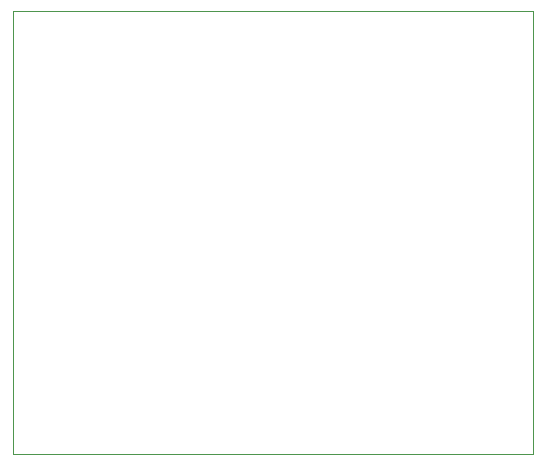
<source format=gbr>
%TF.GenerationSoftware,KiCad,Pcbnew,9.0.6*%
%TF.CreationDate,2025-12-28T16:01:46+05:30*%
%TF.ProjectId,Temp,54656d70-2e6b-4696-9361-645f70636258,rev?*%
%TF.SameCoordinates,Original*%
%TF.FileFunction,Profile,NP*%
%FSLAX46Y46*%
G04 Gerber Fmt 4.6, Leading zero omitted, Abs format (unit mm)*
G04 Created by KiCad (PCBNEW 9.0.6) date 2025-12-28 16:01:46*
%MOMM*%
%LPD*%
G01*
G04 APERTURE LIST*
%TA.AperFunction,Profile*%
%ADD10C,0.050000*%
%TD*%
G04 APERTURE END LIST*
D10*
X104500000Y-51500000D02*
X148500000Y-51500000D01*
X148500000Y-89000000D01*
X104500000Y-89000000D01*
X104500000Y-51500000D01*
M02*

</source>
